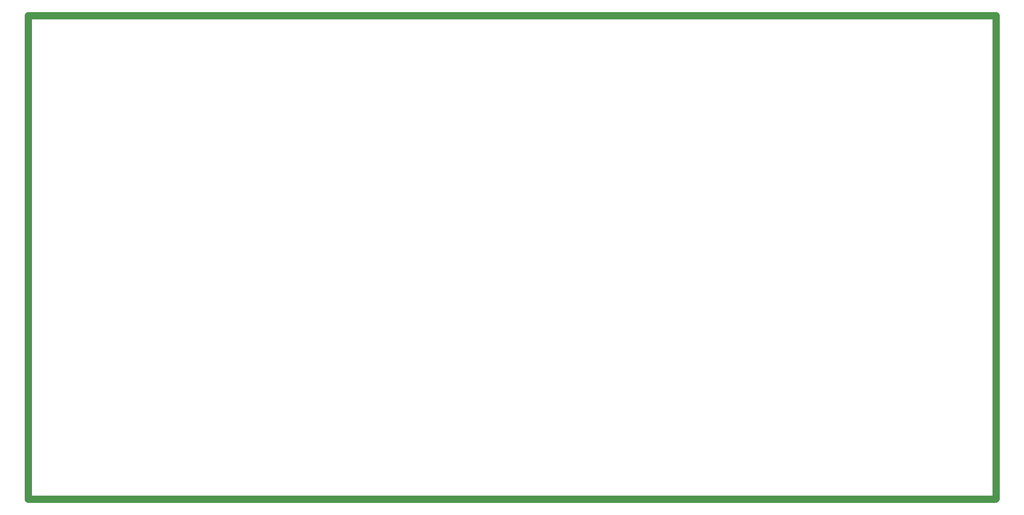
<source format=gm1>
G04*
G04 #@! TF.GenerationSoftware,Altium Limited,Altium Designer,18.1.7 (191)*
G04*
G04 Layer_Color=16711935*
%FSLAX25Y25*%
%MOIN*%
G70*
G01*
G75*
%ADD17C,0.05000*%
D17*
X394Y-333071D02*
X665748D01*
X666142Y-332677D01*
Y-394D01*
X394D02*
X666142D01*
X394Y-333071D02*
Y-394D01*
M02*

</source>
